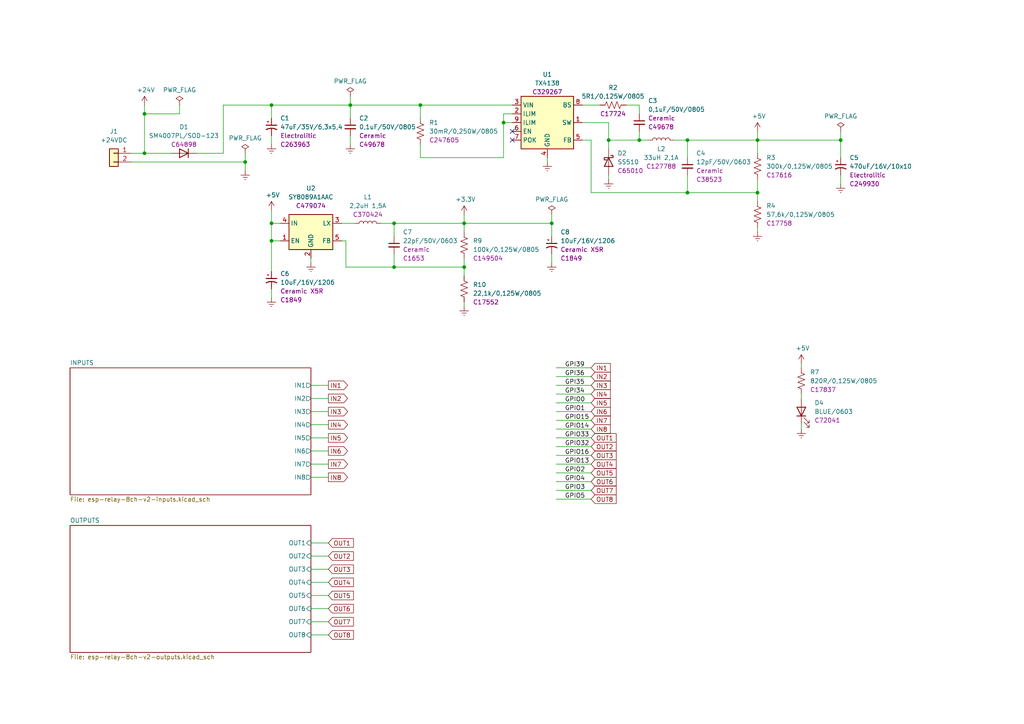
<source format=kicad_sch>
(kicad_sch (version 20230121) (generator eeschema)
  (paper "A4")
  (title_block (title "ESP 8x 24VDC Input 8x Relay Output Module") (date "2023-09-21") (rev "V2"))
  (lib_symbols
    (symbol "Connector_Generic:Conn_01x02" (pin_names (offset 1.016) hide)
      (property "Reference" "J" (at 0 2.54 0))
      (property "Value" "Conn_01x02" (at 0 -5.08 0))
      (symbol "Conn_01x02_1_1"
        (rectangle (start -1.27 -2.413) (end 0 -2.667) (stroke (width 0.1524)))
        (rectangle (start -1.27 0.127) (end 0 -0.127) (stroke (width 0.1524)))
        (rectangle (start -1.27 1.27) (end 1.27 -3.81) (stroke (width 0.254)) (fill (type background)))
        (pin passive line (at -5.08 0 0) (length 3.81) (name "Pin_1") (number "1"))
        (pin passive line (at -5.08 -2.54 0) (length 3.81) (name "Pin_2") (number "2"))
      )
    )
    (symbol "Device:C_Polarized_Small_US" (pin_numbers hide) (pin_names (offset 0.254) hide)
      (property "Reference" "C" (at 0.254 1.778 0))
      (property "Value" "C_Polarized_Small_US" (at 0.254 -2.032 0))
      (symbol "C_Polarized_Small_US_0_1"
        (polyline (pts (xy -1.524 0.508) (xy 1.524 0.508)) (stroke (width 0.3048)))
        (polyline (pts (xy -1.27 1.524) (xy -0.762 1.524)))
        (polyline (pts (xy -1.016 1.27) (xy -1.016 1.778)))
        (arc (start 1.524 -0.762) (mid 0 -0.3734) (end -1.524 -0.762) (stroke (width 0.3048)))
      )
      (symbol "C_Polarized_Small_US_1_1"
        (pin passive line (at 0 2.54 270) (length 2.032) (name "~") (number "1"))
        (pin passive line (at 0 -2.54 90) (length 2.032) (name "~") (number "2"))
      )
    )
    (symbol "Device:C_Small" (pin_numbers hide) (pin_names (offset 0.254) hide)
      (property "Reference" "C" (at 0.254 1.778 0))
      (property "Value" "C_Small" (at 0.254 -2.032 0))
      (symbol "C_Small_0_1"
        (polyline (pts (xy -1.524 -0.508) (xy 1.524 -0.508)) (stroke (width 0.3302)))
        (polyline (pts (xy -1.524 0.508) (xy 1.524 0.508)) (stroke (width 0.3048)))
      )
      (symbol "C_Small_1_1"
        (pin passive line (at 0 2.54 270) (length 2.032) (name "~") (number "1"))
        (pin passive line (at 0 -2.54 90) (length 2.032) (name "~") (number "2"))
      )
    )
    (symbol "Device:D" (pin_numbers hide) (pin_names (offset 1.016) hide)
      (property "Reference" "D" (at 0 2.54 0))
      (property "Value" "D" (at 0 -2.54 0))
      (symbol "D_0_1"
        (polyline (pts (xy -1.27 1.27) (xy -1.27 -1.27)) (stroke (width 0.254)))
        (polyline (pts (xy 1.27 0) (xy -1.27 0)))
        (polyline (pts (xy 1.27 1.27) (xy 1.27 -1.27) (xy -1.27 0) (xy 1.27 1.27)) (stroke (width 0.254)))
      )
      (symbol "D_1_1"
        (pin passive line (at -3.81 0 0) (length 2.54) (name "K") (number "1"))
        (pin passive line (at 3.81 0 180) (length 2.54) (name "A") (number "2"))
      )
    )
    (symbol "Device:D_Schottky" (pin_numbers hide) (pin_names (offset 1.016) hide)
      (property "Reference" "D" (at 0 2.54 0))
      (property "Value" "D_Schottky" (at 0 -2.54 0))
      (symbol "D_Schottky_0_1"
        (polyline (pts (xy 1.27 0) (xy -1.27 0)))
        (polyline (pts (xy 1.27 1.27) (xy 1.27 -1.27) (xy -1.27 0) (xy 1.27 1.27)) (stroke (width 0.254)))
        (polyline (pts (xy -1.905 0.635) (xy -1.905 1.27) (xy -1.27 1.27) (xy -1.27 -1.27) (xy -0.635 -1.27) (xy -0.635 -0.635)) (stroke (width 0.254)))
      )
      (symbol "D_Schottky_1_1"
        (pin passive line (at -3.81 0 0) (length 2.54) (name "K") (number "1"))
        (pin passive line (at 3.81 0 180) (length 2.54) (name "A") (number "2"))
      )
    )
    (symbol "Device:L" (pin_numbers hide) (pin_names (offset 1.016) hide)
      (property "Reference" "L" (at -1.27 0 90))
      (property "Value" "L" (at 1.905 0 90))
      (symbol "L_0_1"
        (arc (start 0 -2.54) (mid 0.6323 -1.905) (end 0 -1.27))
        (arc (start 0 -1.27) (mid 0.6323 -0.635) (end 0 0))
        (arc (start 0 0) (mid 0.6323 0.635) (end 0 1.27))
        (arc (start 0 1.27) (mid 0.6323 1.905) (end 0 2.54))
      )
      (symbol "L_1_1"
        (pin passive line (at 0 3.81 270) (length 1.27) (name "1") (number "1"))
        (pin passive line (at 0 -3.81 90) (length 1.27) (name "2") (number "2"))
      )
    )
    (symbol "Device:LED" (pin_numbers hide) (pin_names (offset 1.016) hide)
      (property "Reference" "D" (at 0 2.54 0))
      (property "Value" "LED" (at 0 -2.54 0))
      (symbol "LED_0_1"
        (polyline (pts (xy -1.27 -1.27) (xy -1.27 1.27)) (stroke (width 0.254)))
        (polyline (pts (xy -1.27 0) (xy 1.27 0)))
        (polyline (pts (xy 1.27 -1.27) (xy 1.27 1.27) (xy -1.27 0) (xy 1.27 -1.27)) (stroke (width 0.254)))
        (polyline (pts (xy -3.048 -0.762) (xy -4.572 -2.286) (xy -3.81 -2.286) (xy -4.572 -2.286) (xy -4.572 -1.524)))
        (polyline (pts (xy -1.778 -0.762) (xy -3.302 -2.286) (xy -2.54 -2.286) (xy -3.302 -2.286) (xy -3.302 -1.524)))
      )
      (symbol "LED_1_1"
        (pin passive line (at -3.81 0 0) (length 2.54) (name "K") (number "1"))
        (pin passive line (at 3.81 0 180) (length 2.54) (name "A") (number "2"))
      )
    )
    (symbol "Device:R_US" (pin_numbers hide) (pin_names (offset 0))
      (property "Reference" "R" (at 2.54 0 90))
      (property "Value" "R_US" (at -2.54 0 90))
      (symbol "R_US_0_1"
        (polyline (pts (xy 0 -2.286) (xy 0 -2.54)))
        (polyline (pts (xy 0 2.286) (xy 0 2.54)))
        (polyline (pts (xy 0 -0.762) (xy 1.016 -1.143) (xy 0 -1.524) (xy -1.016 -1.905) (xy 0 -2.286)))
        (polyline (pts (xy 0 0.762) (xy 1.016 0.381) (xy 0 0) (xy -1.016 -0.381) (xy 0 -0.762)))
        (polyline (pts (xy 0 2.286) (xy 1.016 1.905) (xy 0 1.524) (xy -1.016 1.143) (xy 0 0.762)))
      )
      (symbol "R_US_1_1"
        (pin passive line (at 0 3.81 270) (length 1.27) (name "~") (number "1"))
        (pin passive line (at 0 -3.81 90) (length 1.27) (name "~") (number "2"))
      )
    )
    (symbol "Tales:+3.3V" (power) (pin_names (offset 0))
      (property "Value" "+3.3V" (at 0 3.556 0))
      (symbol "+3.3V_0_1"
        (polyline (pts (xy -0.762 1.27) (xy 0 2.54)))
        (polyline (pts (xy 0 0) (xy 0 2.54)))
        (polyline (pts (xy 0 2.54) (xy 0.762 1.27)))
      )
      (symbol "+3.3V_1_1"
        (pin power_in line (at 0 0 90) (length 0) hide (name "+3.3V") (number "1"))
      )
    )
    (symbol "Tales:SY8089AAAC"
      (property "Reference" "U" (at 0 10.16 0))
      (property "Value" "SY8089AAAC" (at 0 7.62 0))
      (symbol "SY8089AAAC_0_1"
        (rectangle (start -6.35 5.08) (end 6.35 -5.08) (stroke (width 0.254)) (fill (type background)))
      )
      (symbol "SY8089AAAC_1_1"
        (pin input line (at -8.89 -2.54 0) (length 2.54) (name "EN") (number "1"))
        (pin power_in line (at 0 -7.62 90) (length 2.54) (name "GND") (number "2"))
        (pin power_out line (at 8.89 2.54 180) (length 2.54) (name "LX") (number "3"))
        (pin power_in line (at -8.89 2.54 0) (length 2.54) (name "IN") (number "4"))
        (pin input line (at 8.89 -2.54 180) (length 2.54) (name "FB") (number "5"))
      )
    )
    (symbol "Tales:TX4138"
      (property "Reference" "U" (at 0 12.7 0))
      (property "Value" "TX4138" (at 0 10.16 0))
      (symbol "TX4138_0_1"
        (rectangle (start -7.62 7.62) (end 7.62 -7.62) (stroke (width 0.254)) (fill (type background)))
      )
      (symbol "TX4138_1_1"
        (pin power_out line (at 10.16 0 180) (length 2.54) (name "SW") (number "1"))
        (pin input line (at -10.16 2.54 0) (length 2.54) (name "ILIM") (number "2"))
        (pin power_in line (at -10.16 5.08 0) (length 2.54) (name "VIN") (number "3"))
        (pin power_in line (at 0 -10.16 90) (length 2.54) (name "GND") (number "4"))
        (pin input line (at 10.16 -5.08 180) (length 2.54) (name "FB") (number "5"))
        (pin input line (at -10.16 -2.54 0) (length 2.54) (name "EN") (number "6"))
        (pin output line (at -10.16 -5.08 0) (length 2.54) (name "POK") (number "7"))
        (pin output line (at 10.16 5.08 180) (length 2.54) (name "BS") (number "8"))
        (pin input line (at -10.16 0 0) (length 2.54) (name "ILIM") (number "9"))
      )
    )
    (symbol "power:+24V" (power) (pin_names (offset 0))
      (property "Value" "+24V" (at 0 3.556 0))
      (symbol "+24V_0_1"
        (polyline (pts (xy -0.762 1.27) (xy 0 2.54)))
        (polyline (pts (xy 0 0) (xy 0 2.54)))
        (polyline (pts (xy 0 2.54) (xy 0.762 1.27)))
      )
      (symbol "+24V_1_1"
        (pin power_in line (at 0 0 90) (length 0) hide (name "+24V") (number "1"))
      )
    )
    (symbol "power:+5V" (power) (pin_names (offset 0))
      (property "Value" "+5V" (at 0 3.556 0))
      (symbol "+5V_0_1"
        (polyline (pts (xy -0.762 1.27) (xy 0 2.54)))
        (polyline (pts (xy 0 0) (xy 0 2.54)))
        (polyline (pts (xy 0 2.54) (xy 0.762 1.27)))
      )
      (symbol "+5V_1_1"
        (pin power_in line (at 0 0 90) (length 0) hide (name "+5V") (number "1"))
      )
    )
    (symbol "power:GNDREF" (power) (pin_names (offset 0))
      (property "Value" "GNDREF" (at 0 -3.81 0))
      (symbol "GNDREF_0_1"
        (polyline (pts (xy -0.635 -1.905) (xy 0.635 -1.905)))
        (polyline (pts (xy -0.127 -2.54) (xy 0.127 -2.54)))
        (polyline (pts (xy 0 -1.27) (xy 0 0)))
        (polyline (pts (xy 1.27 -1.27) (xy -1.27 -1.27)))
      )
      (symbol "GNDREF_1_1"
        (pin power_in line (at 0 0 270) (length 0) hide (name "GNDREF") (number "1"))
      )
    )
    (symbol "power:PWR_FLAG" (power) (pin_numbers hide) (pin_names (offset 0) hide)
      (property "Value" "PWR_FLAG" (at 0 3.81 0))
      (symbol "PWR_FLAG_0_0"
        (pin power_out line (at 0 0 90) (length 0) (name "pwr") (number "1"))
      )
      (symbol "PWR_FLAG_0_1"
        (polyline (pts (xy 0 0) (xy 0 1.27) (xy -1.016 1.905) (xy 0 2.54) (xy 1.016 1.905) (xy 0 1.27)))
      )
    )
  )
  (junction (at 78.74 69.85))
  (junction (at 185.42 40.64))
  (junction (at 71.12 46.99))
  (junction (at 176.53 40.64))
  (junction (at 160.02 64.77))
  (junction (at 114.3 77.47))
  (junction (at 199.39 55.88))
  (junction (at 78.74 64.77))
  (junction (at 199.39 40.64))
  (junction (at 41.91 44.45))
  (junction (at 134.62 77.47))
  (junction (at 219.71 55.88))
  (junction (at 114.3 64.77))
  (junction (at 219.71 40.64))
  (junction (at 78.74 30.48))
  (junction (at 41.91 33.02))
  (junction (at 101.6 30.48))
  (junction (at 134.62 64.77))
  (junction (at 243.84 40.64))
  (junction (at 146.05 35.56))
  (junction (at 121.92 30.48))
  (no_connect (at 148.59 38.1))
  (no_connect (at 148.59 40.64))
  (wire (pts (xy 134.62 74.93) (xy 134.62 77.47)))
  (wire (pts (xy 78.74 30.48) (xy 101.6 30.48)))
  (wire (pts (xy 161.29 144.78) (xy 171.45 144.78)))
  (wire (pts (xy 168.91 35.56) (xy 176.53 35.56)))
  (wire (pts (xy 171.45 132.08) (xy 161.29 132.08)))
  (wire (pts (xy 114.3 77.47) (xy 134.62 77.47)))
  (wire (pts (xy 199.39 55.88) (xy 219.71 55.88)))
  (wire (pts (xy 232.41 123.19) (xy 232.41 124.46)))
  (wire (pts (xy 90.17 111.76) (xy 95.25 111.76)))
  (wire (pts (xy 171.45 114.3) (xy 161.29 114.3)))
  (wire (pts (xy 168.91 30.48) (xy 173.99 30.48)))
  (wire (pts (xy 195.58 40.64) (xy 199.39 40.64)))
  (wire (pts (xy 90.17 180.34) (xy 95.25 180.34)))
  (wire (pts (xy 90.17 74.93) (xy 90.17 76.2)))
  (wire (pts (xy 134.62 62.23) (xy 134.62 64.77)))
  (wire (pts (xy 114.3 73.66) (xy 114.3 77.47)))
  (wire (pts (xy 243.84 38.1) (xy 243.84 40.64)))
  (wire (pts (xy 90.17 115.57) (xy 95.25 115.57)))
  (wire (pts (xy 90.17 130.81) (xy 95.25 130.81)))
  (wire (pts (xy 171.45 40.64) (xy 171.45 55.88)))
  (wire (pts (xy 232.41 115.57) (xy 232.41 114.3)))
  (wire (pts (xy 161.29 116.84) (xy 171.45 116.84)))
  (wire (pts (xy 101.6 30.48) (xy 101.6 34.29)))
  (wire (pts (xy 134.62 64.77) (xy 134.62 67.31)))
  (wire (pts (xy 185.42 40.64) (xy 185.42 38.1)))
  (wire (pts (xy 101.6 27.94) (xy 101.6 30.48)))
  (wire (pts (xy 90.17 172.72) (xy 95.25 172.72)))
  (wire (pts (xy 160.02 73.66) (xy 160.02 76.2)))
  (wire (pts (xy 114.3 64.77) (xy 134.62 64.77)))
  (wire (pts (xy 121.92 45.72) (xy 146.05 45.72)))
  (wire (pts (xy 64.77 44.45) (xy 64.77 30.48)))
  (wire (pts (xy 78.74 83.82) (xy 78.74 86.36)))
  (wire (pts (xy 171.45 142.24) (xy 161.29 142.24)))
  (wire (pts (xy 219.71 40.64) (xy 219.71 44.45)))
  (wire (pts (xy 146.05 45.72) (xy 146.05 35.56)))
  (wire (pts (xy 38.1 44.45) (xy 41.91 44.45)))
  (wire (pts (xy 90.17 119.38) (xy 95.25 119.38)))
  (wire (pts (xy 71.12 44.45) (xy 71.12 46.99)))
  (wire (pts (xy 90.17 165.1) (xy 95.25 165.1)))
  (wire (pts (xy 52.07 33.02) (xy 41.91 33.02)))
  (wire (pts (xy 90.17 134.62) (xy 95.25 134.62)))
  (wire (pts (xy 99.06 69.85) (xy 100.33 69.85)))
  (wire (pts (xy 57.15 44.45) (xy 64.77 44.45)))
  (wire (pts (xy 232.41 105.41) (xy 232.41 106.68)))
  (wire (pts (xy 78.74 60.96) (xy 78.74 64.77)))
  (wire (pts (xy 161.29 137.16) (xy 171.45 137.16)))
  (wire (pts (xy 90.17 161.29) (xy 95.25 161.29)))
  (wire (pts (xy 176.53 50.8) (xy 176.53 52.07)))
  (wire (pts (xy 171.45 111.76) (xy 161.29 111.76)))
  (wire (pts (xy 160.02 62.23) (xy 160.02 64.77)))
  (wire (pts (xy 78.74 69.85) (xy 81.28 69.85)))
  (wire (pts (xy 171.45 129.54) (xy 161.29 129.54)))
  (wire (pts (xy 101.6 39.37) (xy 101.6 41.91)))
  (wire (pts (xy 185.42 30.48) (xy 185.42 33.02)))
  (wire (pts (xy 99.06 64.77) (xy 102.87 64.77)))
  (wire (pts (xy 176.53 40.64) (xy 185.42 40.64)))
  (wire (pts (xy 199.39 40.64) (xy 199.39 45.72)))
  (wire (pts (xy 90.17 176.53) (xy 95.25 176.53)))
  (wire (pts (xy 181.61 30.48) (xy 185.42 30.48)))
  (wire (pts (xy 161.29 139.7) (xy 171.45 139.7)))
  (wire (pts (xy 100.33 77.47) (xy 114.3 77.47)))
  (wire (pts (xy 90.17 123.19) (xy 95.25 123.19)))
  (wire (pts (xy 171.45 124.46) (xy 161.29 124.46)))
  (wire (pts (xy 90.17 127) (xy 95.25 127)))
  (wire (pts (xy 199.39 55.88) (xy 199.39 50.8)))
  (wire (pts (xy 160.02 68.58) (xy 160.02 64.77)))
  (wire (pts (xy 176.53 40.64) (xy 176.53 43.18)))
  (wire (pts (xy 114.3 64.77) (xy 114.3 68.58)))
  (wire (pts (xy 90.17 168.91) (xy 95.25 168.91)))
  (wire (pts (xy 38.1 46.99) (xy 71.12 46.99)))
  (wire (pts (xy 78.74 64.77) (xy 81.28 64.77)))
  (wire (pts (xy 171.45 109.22) (xy 161.29 109.22)))
  (wire (pts (xy 90.17 184.15) (xy 95.25 184.15)))
  (wire (pts (xy 219.71 66.04) (xy 219.71 67.31)))
  (wire (pts (xy 64.77 30.48) (xy 78.74 30.48)))
  (wire (pts (xy 110.49 64.77) (xy 114.3 64.77)))
  (wire (pts (xy 121.92 41.91) (xy 121.92 45.72)))
  (wire (pts (xy 171.45 55.88) (xy 199.39 55.88)))
  (wire (pts (xy 121.92 30.48) (xy 121.92 34.29)))
  (wire (pts (xy 90.17 138.43) (xy 95.25 138.43)))
  (wire (pts (xy 219.71 55.88) (xy 219.71 58.42)))
  (wire (pts (xy 101.6 30.48) (xy 121.92 30.48)))
  (wire (pts (xy 146.05 35.56) (xy 146.05 33.02)))
  (wire (pts (xy 41.91 30.48) (xy 41.91 33.02)))
  (wire (pts (xy 78.74 64.77) (xy 78.74 69.85)))
  (wire (pts (xy 176.53 35.56) (xy 176.53 40.64)))
  (wire (pts (xy 134.62 77.47) (xy 134.62 80.01)))
  (wire (pts (xy 78.74 69.85) (xy 78.74 78.74)))
  (wire (pts (xy 185.42 40.64) (xy 187.96 40.64)))
  (wire (pts (xy 243.84 50.8) (xy 243.84 53.34)))
  (wire (pts (xy 146.05 33.02) (xy 148.59 33.02)))
  (wire (pts (xy 90.17 157.48) (xy 95.25 157.48)))
  (wire (pts (xy 78.74 39.37) (xy 78.74 41.91)))
  (wire (pts (xy 121.92 30.48) (xy 148.59 30.48)))
  (wire (pts (xy 52.07 30.48) (xy 52.07 33.02)))
  (wire (pts (xy 171.45 127) (xy 161.29 127)))
  (wire (pts (xy 41.91 33.02) (xy 41.91 44.45)))
  (wire (pts (xy 41.91 44.45) (xy 49.53 44.45)))
  (wire (pts (xy 243.84 45.72) (xy 243.84 40.64)))
  (wire (pts (xy 100.33 69.85) (xy 100.33 77.47)))
  (wire (pts (xy 161.29 106.68) (xy 171.45 106.68)))
  (wire (pts (xy 158.75 45.72) (xy 158.75 46.99)))
  (wire (pts (xy 161.29 119.38) (xy 171.45 119.38)))
  (wire (pts (xy 78.74 30.48) (xy 78.74 34.29)))
  (wire (pts (xy 171.45 134.62) (xy 161.29 134.62)))
  (wire (pts (xy 243.84 40.64) (xy 219.71 40.64)))
  (wire (pts (xy 219.71 40.64) (xy 199.39 40.64)))
  (wire (pts (xy 146.05 35.56) (xy 148.59 35.56)))
  (wire (pts (xy 71.12 46.99) (xy 71.12 49.53)))
  (wire (pts (xy 168.91 40.64) (xy 171.45 40.64)))
  (wire (pts (xy 134.62 87.63) (xy 134.62 88.9)))
  (wire (pts (xy 219.71 52.07) (xy 219.71 55.88)))
  (wire (pts (xy 219.71 38.1) (xy 219.71 40.64)))
  (wire (pts (xy 171.45 121.92) (xy 161.29 121.92)))
  (wire (pts (xy 160.02 64.77) (xy 134.62 64.77)))
  (label "GPIO16" (at 163.83 132.08 0))
  (label "GPI35" (at 163.83 111.76 0))
  (label "GPIO13" (at 163.83 134.62 0))
  (label "GPIO3" (at 163.83 142.24 0))
  (label "GPIO4" (at 163.83 139.7 0))
  (label "GPIO1" (at 163.83 119.38 0))
  (label "GPI36" (at 163.83 109.22 0))
  (label "GPIO2" (at 163.83 137.16 0))
  (label "GPIO14" (at 163.83 124.46 0))
  (label "GPIO5" (at 163.83 144.78 0))
  (label "GPIO33" (at 163.83 127 0))
  (label "GPIO32" (at 163.83 129.54 0))
  (label "GPI39" (at 163.83 106.68 0))
  (label "GPI34" (at 163.83 114.3 0))
  (label "GPIO15" (at 163.83 121.92 0))
  (label "GPIO0" (at 163.83 116.84 0))
  (global_label "OUT2" (shape input) (at 171.45 129.54 0) (property "Intersheetrefs" "${INTERSHEET_REFS}" (effects hide)))
  (global_label "IN8" (shape input) (at 171.45 124.46 0) (property "Intersheetrefs" "${INTERSHEET_REFS}" (effects hide)))
  (global_label "OUT6" (shape input) (at 95.25 176.53 0) (property "Intersheetrefs" "${INTERSHEET_REFS}" (effects hide)))
  (global_label "OUT3" (shape input) (at 171.45 132.08 0) (property "Intersheetrefs" "${INTERSHEET_REFS}" (effects hide)))
  (global_label "OUT5" (shape input) (at 95.25 172.72 0) (property "Intersheetrefs" "${INTERSHEET_REFS}" (effects hide)))
  (global_label "OUT8" (shape input) (at 171.45 144.78 0) (property "Intersheetrefs" "${INTERSHEET_REFS}" (effects hide)))
  (global_label "OUT8" (shape input) (at 95.25 184.15 0) (property "Intersheetrefs" "${INTERSHEET_REFS}" (effects hide)))
  (global_label "OUT2" (shape input) (at 95.25 161.29 0) (property "Intersheetrefs" "${INTERSHEET_REFS}" (effects hide)))
  (global_label "OUT3" (shape input) (at 95.25 165.1 0) (property "Intersheetrefs" "${INTERSHEET_REFS}" (effects hide)))
  (global_label "OUT4" (shape input) (at 171.45 134.62 0) (property "Intersheetrefs" "${INTERSHEET_REFS}" (effects hide)))
  (global_label "IN1" (shape input) (at 171.45 106.68 0) (property "Intersheetrefs" "${INTERSHEET_REFS}" (effects hide)))
  (global_label "OUT7" (shape input) (at 171.45 142.24 0) (property "Intersheetrefs" "${INTERSHEET_REFS}" (effects hide)))
  (global_label "IN3" (shape input) (at 171.45 111.76 0) (property "Intersheetrefs" "${INTERSHEET_REFS}" (effects hide)))
  (global_label "OUT5" (shape input) (at 171.45 137.16 0) (property "Intersheetrefs" "${INTERSHEET_REFS}" (effects hide)))
  (global_label "IN4" (shape output) (at 95.25 123.19 0) (property "Intersheetrefs" "${INTERSHEET_REFS}" (effects hide)))
  (global_label "IN6" (shape input) (at 171.45 119.38 0) (property "Intersheetrefs" "${INTERSHEET_REFS}" (effects hide)))
  (global_label "IN1" (shape output) (at 95.25 111.76 0) (property "Intersheetrefs" "${INTERSHEET_REFS}" (effects hide)))
  (global_label "IN5" (shape input) (at 171.45 116.84 0) (property "Intersheetrefs" "${INTERSHEET_REFS}" (effects hide)))
  (global_label "IN3" (shape output) (at 95.25 119.38 0) (property "Intersheetrefs" "${INTERSHEET_REFS}" (effects hide)))
  (global_label "IN2" (shape input) (at 171.45 109.22 0) (property "Intersheetrefs" "${INTERSHEET_REFS}" (effects hide)))
  (global_label "IN8" (shape output) (at 95.25 138.43 0) (property "Intersheetrefs" "${INTERSHEET_REFS}" (effects hide)))
  (global_label "IN6" (shape output) (at 95.25 130.81 0) (property "Intersheetrefs" "${INTERSHEET_REFS}" (effects hide)))
  (global_label "IN5" (shape output) (at 95.25 127 0) (property "Intersheetrefs" "${INTERSHEET_REFS}" (effects hide)))
  (global_label "OUT7" (shape input) (at 95.25 180.34 0) (property "Intersheetrefs" "${INTERSHEET_REFS}" (effects hide)))
  (global_label "OUT1" (shape input) (at 171.45 127 0) (property "Intersheetrefs" "${INTERSHEET_REFS}" (effects hide)))
  (global_label "IN7" (shape input) (at 171.45 121.92 0) (property "Intersheetrefs" "${INTERSHEET_REFS}" (effects hide)))
  (global_label "OUT1" (shape input) (at 95.25 157.48 0) (property "Intersheetrefs" "${INTERSHEET_REFS}" (effects hide)))
  (global_label "OUT4" (shape input) (at 95.25 168.91 0) (property "Intersheetrefs" "${INTERSHEET_REFS}" (effects hide)))
  (global_label "IN2" (shape output) (at 95.25 115.57 0) (property "Intersheetrefs" "${INTERSHEET_REFS}" (effects hide)))
  (global_label "OUT6" (shape input) (at 171.45 139.7 0) (property "Intersheetrefs" "${INTERSHEET_REFS}" (effects hide)))
  (global_label "IN4" (shape input) (at 171.45 114.3 0) (property "Intersheetrefs" "${INTERSHEET_REFS}" (effects hide)))
  (global_label "IN7" (shape output) (at 95.25 134.62 0) (property "Intersheetrefs" "${INTERSHEET_REFS}" (effects hide)))
  (symbol (lib_id "Device:D") (at 53.34 44.45 180) (unit 1)
    (property "Reference" "D1" (at 53.34 36.83 0))
    (property "Value" "SM4007PL/SOD-123" (at 53.34 39.37 0))
    (property "Footprint" "Tales:D_SOD-123" (effects hide))
    (property "Case" "SOD-123FL" (effects hide))
    (property "Mfr" "MDD" (effects hide))
    (property "Mfr PN" "SM4007PL" (effects hide))
    (property "Vendor" "JLCPCB" (effects hide))
    (property "Vendor PN" "C64898" (effects hide))
    (property "LCSC Part #" "C64898" (at 53.34 41.91 0))
    (property "JLCPCB BOM" "1" (effects hide))
  )
  (symbol (lib_id "power:+5V") (at 232.41 105.41 0) (unit 1)
    (property "Reference" "#PWR065" (effects hide))
    (property "Value" "+5V" (at 232.791 101.0158 0))
  )
  (symbol (lib_id "power:GNDREF") (at 232.41 124.46 0) (unit 1)
    (property "Reference" "#PWR066" (effects hide))
    (property "Value" "GNDREF" (effects hide))
  )
  (symbol (lib_id "power:PWR_FLAG") (at 101.6 27.94 0) (unit 1)
    (property "Reference" "#FLG03" (effects hide))
    (property "Value" "PWR_FLAG" (at 101.6 23.5458 0))
  )
  (symbol (lib_id "power:PWR_FLAG") (at 71.12 44.45 0) (unit 1)
    (property "Reference" "#FLG02" (effects hide))
    (property "Value" "PWR_FLAG" (at 71.12 40.0558 0))
  )
  (symbol (lib_id "power:PWR_FLAG") (at 52.07 30.48 0) (unit 1)
    (property "Reference" "#FLG01" (effects hide))
    (property "Value" "PWR_FLAG" (at 52.07 26.0858 0))
  )
  (symbol (lib_id "power:GNDREF") (at 158.75 46.99 0) (unit 1)
    (property "Reference" "#PWR030" (effects hide))
    (property "Value" "GNDREF" (effects hide))
  )
  (symbol (lib_id "power:+5V") (at 219.71 38.1 0) (unit 1)
    (property "Reference" "#PWR037" (effects hide))
    (property "Value" "+5V" (at 220.091 33.7058 0))
  )
  (symbol (lib_id "power:GNDREF") (at 71.12 49.53 0) (unit 1)
    (property "Reference" "#PWR02" (effects hide))
    (property "Value" "GNDREF" (effects hide))
  )
  (symbol (lib_id "power:+24V") (at 41.91 30.48 0) (unit 1)
    (property "Reference" "#PWR01" (effects hide))
    (property "Value" "+24V" (at 42.291 26.0858 0))
  )
  (symbol (lib_id "Device:R_US") (at 232.41 110.49 0) (unit 1)
    (property "Reference" "R7" (at 234.95 107.95 0) (effects (justify left)))
    (property "Value" "820R/0,125W/0805" (at 234.95 110.49 0) (effects (justify left)))
    (property "Footprint" "Tales:R_0805_2012Metric" (effects hide))
    (property "Case" "0805/2012" (effects hide))
    (property "Mfr" "Uniroyal" (effects hide))
    (property "Mfr PN" "0805W8F8200T5E" (effects hide))
    (property "Vendor" "JLCPCB" (effects hide))
    (property "Vendor PN" "C17837" (effects hide))
    (property "LCSC Part #" "C17837" (at 234.95 113.03 0) (effects (justify left)))
    (property "JLCPCB BOM" "1" (effects hide))
  )
  (symbol (lib_id "Device:C_Polarized_Small_US") (at 78.74 36.83 0) (unit 1)
    (property "Reference" "C1" (at 81.28 34.29 0) (effects (justify left)))
    (property "Value" "47uF/35V/6,3x5,4" (at 81.28 36.83 0) (effects (justify left)))
    (property "Footprint" "Tales:CP_Elec_6.3x5.4" (effects hide))
    (property "Technology" "Electrolitic" (at 81.28 39.37 0) (effects (justify left)))
    (property "Case" "6,3x5,4" (effects hide))
    (property "Mfr" "Semtech" (effects hide))
    (property "Mfr PN" "CK1V470MCRE54" (effects hide))
    (property "Vendor" "JLCPCB" (effects hide))
    (property "Vendor PN" "C263963" (effects hide))
    (property "JLCPCB BOM" "1" (effects hide))
    (property "LCSC Part #" "C263963" (at 81.28 41.91 0) (effects (justify left)))
  )
  (symbol (lib_id "power:PWR_FLAG") (at 160.02 62.23 0) (unit 1)
    (property "Reference" "#FLG04" (effects hide))
    (property "Value" "PWR_FLAG" (at 160.02 57.8358 0))
  )
  (symbol (lib_id "Device:L") (at 191.77 40.64 90) (unit 1)
    (property "Reference" "L2" (at 191.77 43.18 90))
    (property "Value" "33uH 2,1A" (at 191.77 45.72 90))
    (property "Footprint" "Tales:L_12x12mm_H6mm" (effects hide))
    (property "Case" "12x12" (effects hide))
    (property "JLCPCB BOM" "1" (effects hide))
    (property "LCSC Part #" "C127788" (at 191.77 48.26 90))
    (property "Mfr" "Sunlord" (effects hide))
    (property "Mfr PN" "SWRH1205B-330MT" (effects hide))
    (property "Vendor" "JLCPCB" (effects hide))
    (property "Vendor PN" "C127788" (effects hide))
  )
  (symbol (lib_id "Tales:TX4138") (at 158.75 35.56 0) (unit 1)
    (property "Reference" "U1" (at 158.75 21.59 0))
    (property "Value" "TX4138" (at 158.75 24.13 0))
    (property "Footprint" "Tales:SOIC-8-1EP_3.9x4.9mm_P1.27mm_EP2.29x3mm_ThermalVias" (effects hide))
    (property "Case" "SOIC-8" (effects hide))
    (property "JLCPCB BOM" "1" (effects hide))
    (property "LCSC Part #" "C329267" (at 158.75 26.67 0))
    (property "Mfr" "XDS" (effects hide))
    (property "Mfr PN" "TX4138" (effects hide))
    (property "Vendor" "JLCPCB" (effects hide))
    (property "Vendor PN" "C329267" (effects hide))
  )
  (symbol (lib_id "Device:C_Small") (at 114.3 71.12 0) (unit 1)
    (property "Reference" "C7" (at 116.84 67.31 0) (effects (justify left)))
    (property "Value" "22pF/50V/0603" (at 116.84 69.85 0) (effects (justify left)))
    (property "Footprint" "Tales:C_0603_1608Metric" (effects hide))
    (property "Case" "0603/1608" (effects hide))
    (property "JLCPCB BOM" "1" (effects hide))
    (property "LCSC Part #" "C1653" (at 116.84 74.93 0) (effects (justify left)))
    (property "Mfr" "Samsung" (effects hide))
    (property "Mfr PN" "CL10C220JB8NNNC" (effects hide))
    (property "Technology" "Ceramic" (at 116.84 72.39 0) (effects (justify left)))
    (property "Vendor" "JLCPCB" (effects hide))
    (property "Vendor PN" "C1653" (effects hide))
  )
  (symbol (lib_id "Device:L") (at 106.68 64.77 90) (unit 1)
    (property "Reference" "L1" (at 106.68 57.15 90))
    (property "Value" "2,2uH 1,5A" (at 106.68 59.69 90))
    (property "Footprint" "Tales:L_3x3_H1.5" (effects hide))
    (property "Case" "12x12" (effects hide))
    (property "JLCPCB BOM" "1" (effects hide))
    (property "LCSC Part #" "C370424" (at 106.68 62.23 90))
    (property "Mfr" "Sunlord" (effects hide))
    (property "Mfr PN" "SPH3015H2R2MT" (effects hide))
    (property "Vendor" "JLCPCB" (effects hide))
    (property "Vendor PN" "C370424" (effects hide))
  )
  (symbol (lib_id "power:GNDREF") (at 219.71 67.31 0) (unit 1)
    (property "Reference" "#PWR038" (effects hide))
    (property "Value" "GNDREF" (effects hide))
  )
  (symbol (lib_id "Device:C_Polarized_Small_US") (at 243.84 48.26 0) (unit 1)
    (property "Reference" "C5" (at 246.38 45.72 0) (effects (justify left)))
    (property "Value" "470uF/16V/10x10" (at 246.38 48.26 0) (effects (justify left)))
    (property "Footprint" "Tales:CP_Elec_10x10" (effects hide))
    (property "Mfr" "Lelon" (effects hide))
    (property "Mfr PN" "VZH471M1CTR-1010" (effects hide))
    (property "JLCPCB BOM" "1" (effects hide))
    (property "LCSC Part #" "C249930" (at 246.38 53.34 0) (effects (justify left)))
    (property "Technology" "Electrolitic" (at 246.38 50.8 0) (effects (justify left)))
    (property "Vendor" "JLCPCB" (effects hide))
    (property "Vendor PN" "C249930" (effects hide))
    (property "Case" "10x10" (effects hide))
  )
  (symbol (lib_id "Device:C_Small") (at 185.42 35.56 0) (unit 1)
    (property "Reference" "C3" (at 187.96 29.21 0) (effects (justify left)))
    (property "Value" "0,1uF/50V/0805" (at 187.96 31.75 0) (effects (justify left)))
    (property "Footprint" "Tales:C_0805_2012Metric" (effects hide))
    (property "Technology" "Ceramic" (at 187.96 34.29 0) (effects (justify left)))
    (property "Case" "0805/2012" (effects hide))
    (property "Mfr" "Yageo" (effects hide))
    (property "Mfr PN" "CC0805KRX7R9BB104" (effects hide))
    (property "Vendor" "JLCPCB" (effects hide))
    (property "Vendor PN" "C49678" (effects hide))
    (property "LCSC Part #" "C49678" (at 187.96 36.83 0) (effects (justify left)))
    (property "JLCPCB BOM" "1" (effects hide))
  )
  (symbol (lib_id "Tales:+3.3V") (at 134.62 62.23 0) (unit 1)
    (property "Reference" "#PWR017" (effects hide))
    (property "Value" "+3.3V" (at 135.001 57.8358 0))
  )
  (symbol (lib_id "power:GNDREF") (at 243.84 53.34 0) (unit 1)
    (property "Reference" "#PWR039" (effects hide))
    (property "Value" "GNDREF" (effects hide))
  )
  (symbol (lib_id "Device:LED") (at 232.41 119.38 90) (unit 1)
    (property "Reference" "D4" (at 236.22 116.84 90) (effects (justify right)))
    (property "Value" "BLUE/0603" (at 236.22 119.38 90) (effects (justify right)))
    (property "Footprint" "Tales:LED_0603_1608Metric" (effects hide))
    (property "Case" "0603" (effects hide))
    (property "Mfr" "Everlight" (effects hide))
    (property "Mfr PN" "19-217/BHC-ZL1M2RY/3T" (effects hide))
    (property "Vendor" "JLCPCB" (effects hide))
    (property "Vendor PN" "C72041" (effects hide))
    (property "LCSC Part #" "C72041" (at 236.22 121.92 90) (effects (justify right)))
    (property "JLCPCB BOM" "1" (effects hide))
  )
  (symbol (lib_id "Device:R_US") (at 134.62 71.12 0) (unit 1)
    (property "Reference" "R9" (at 137.16 69.85 0) (effects (justify left)))
    (property "Value" "100k/0,125W/0805" (at 137.16 72.39 0) (effects (justify left)))
    (property "Footprint" "Tales:R_0805_2012Metric" (effects hide))
    (property "Case" "0805/2012" (effects hide))
    (property "JLCPCB BOM" "1" (effects hide))
    (property "LCSC Part #" "C149504" (at 137.16 74.93 0) (effects (justify left)))
    (property "Mfr" "Uniroyal" (effects hide))
    (property "Mfr PN" "0805W8F1003T5E" (effects hide))
    (property "Vendor" "JLCPCB" (effects hide))
    (property "Vendor PN" "C149504" (effects hide))
  )
  (symbol (lib_id "Device:C_Small") (at 101.6 36.83 0) (unit 1)
    (property "Reference" "C2" (at 104.14 34.29 0) (effects (justify left)))
    (property "Value" "0,1uF/50V/0805" (at 104.14 36.83 0) (effects (justify left)))
    (property "Footprint" "Tales:C_0805_2012Metric" (effects hide))
    (property "Technology" "Ceramic" (at 104.14 39.37 0) (effects (justify left)))
    (property "Case" "0805/2012" (effects hide))
    (property "Mfr" "Yageo" (effects hide))
    (property "Mfr PN" "CC0805KRX7R9BB104" (effects hide))
    (property "Vendor" "JLCPCB" (effects hide))
    (property "Vendor PN" "C49678" (effects hide))
    (property "LCSC Part #" "C49678" (at 104.14 41.91 0) (effects (justify left)))
    (property "JLCPCB BOM" "1" (effects hide))
  )
  (symbol (lib_id "Device:R_US") (at 177.8 30.48 270) (unit 1)
    (property "Reference" "R2" (at 177.8 25.4 90))
    (property "Value" "5R1/0,125W/0805" (at 177.8 27.94 90))
    (property "Footprint" "Tales:R_0805_2012Metric" (effects hide))
    (property "Case" "0805/2012" (effects hide))
    (property "Mfr" "Uniroyal" (effects hide))
    (property "Mfr PN" "0805W8F510KT5E" (effects hide))
    (property "Vendor" "JLCPCB" (effects hide))
    (property "Vendor PN" "C17724" (effects hide))
    (property "LCSC Part #" "C17724" (at 177.8 33.02 90))
    (property "JLCPCB BOM" "1" (effects hide))
  )
  (symbol (lib_id "Device:R_US") (at 121.92 38.1 0) (unit 1)
    (property "Reference" "R1" (at 124.46 35.56 0) (effects (justify left)))
    (property "Value" "30mR/0,250W/0805" (at 124.46 38.1 0) (effects (justify left)))
    (property "Footprint" "Tales:R_0805_2012Metric" (effects hide))
    (property "Case" "0805/2012" (effects hide))
    (property "Mfr" "Uniroyal" (effects hide))
    (property "Mfr PN" "0805W4F300MT5E" (effects hide))
    (property "Vendor" "JLCPCB" (effects hide))
    (property "Vendor PN" "C247605" (effects hide))
    (property "LCSC Part #" "C247605" (at 124.46 40.64 0) (effects (justify left)))
    (property "JLCPCB BOM" "1" (effects hide))
  )
  (symbol (lib_id "Connector_Generic:Conn_01x02") (at 33.02 44.45 0) (mirror y) (unit 1)
    (property "Reference" "J1" (at 33.02 38.1 0))
    (property "Value" "+24VDC" (at 33.02 40.64 0))
    (property "Footprint" "Tales:TerminalBlock_Phoenix_MKDS-3-2-5.08_1x02_P5.08mm_Horizontal" (effects hide))
    (property "JLCPCB BOM" "0" (effects hide))
    (property "Mfr" "Metaltex" (effects hide))
    (property "Mfr PN" "BR902V" (effects hide))
    (property "Vendor" "Eletropeças" (effects hide))
    (property "Vendor PN" "29273" (effects hide))
  )
  (symbol (lib_id "power:GNDREF") (at 90.17 76.2 0) (unit 1)
    (property "Reference" "#PWR07" (effects hide))
    (property "Value" "GNDREF" (effects hide))
  )
  (symbol (lib_id "Device:C_Polarized_Small_US") (at 78.74 81.28 0) (unit 1)
    (property "Reference" "C6" (at 81.28 79.375 0) (effects (justify left)))
    (property "Value" "10uF/16V/1206" (at 81.28 81.915 0) (effects (justify left)))
    (property "Footprint" "Tales:C_1206_3216Metric" (effects hide))
    (property "Mfr" "Samsung" (effects hide))
    (property "Mfr PN" "CL31A106KOHNNNE" (effects hide))
    (property "JLCPCB BOM" "1" (effects hide))
    (property "LCSC Part #" "C1849" (at 81.28 86.995 0) (effects (justify left)))
    (property "Technology" "Ceramic X5R" (at 81.28 84.455 0) (effects (justify left)))
    (property "Vendor" "JLCPCB" (effects hide))
    (property "Vendor PN" "C1849" (effects hide))
    (property "Case" "1206/3216" (effects hide))
  )
  (symbol (lib_id "Device:C_Small") (at 199.39 48.26 0) (unit 1)
    (property "Reference" "C4" (at 201.93 44.45 0) (effects (justify left)))
    (property "Value" "12pF/50V/0603" (at 201.93 46.99 0) (effects (justify left)))
    (property "Footprint" "Tales:C_0603_1608Metric" (effects hide))
    (property "Case" "0603/1608" (effects hide))
    (property "JLCPCB BOM" "1" (effects hide))
    (property "LCSC Part #" "C38523" (at 201.93 52.07 0) (effects (justify left)))
    (property "Mfr" "Samsung" (effects hide))
    (property "Mfr PN" "CL10C120JB8NNNC" (effects hide))
    (property "Technology" "Ceramic" (at 201.93 49.53 0) (effects (justify left)))
    (property "Vendor" "JLCPCB" (effects hide))
    (property "Vendor PN" "C38523" (effects hide))
  )
  (symbol (lib_id "Device:R_US") (at 219.71 48.26 0) (unit 1)
    (property "Reference" "R3" (at 222.25 45.72 0) (effects (justify left)))
    (property "Value" "300k/0,125W/0805" (at 222.25 48.26 0) (effects (justify left)))
    (property "Footprint" "Tales:R_0805_2012Metric" (effects hide))
    (property "Case" "0805/2012" (effects hide))
    (property "JLCPCB BOM" "1" (effects hide))
    (property "LCSC Part #" "C17616" (at 222.25 50.8 0) (effects (justify left)))
    (property "Mfr" "Uniroyal" (effects hide))
    (property "Mfr PN" "0805W8F3003T5E" (effects hide))
    (property "Vendor" "JLCPCB" (effects hide))
    (property "Vendor PN" "C17616" (effects hide))
  )
  (symbol (lib_id "power:PWR_FLAG") (at 243.84 38.1 0) (unit 1)
    (property "Reference" "#FLG05" (effects hide))
    (property "Value" "PWR_FLAG" (at 243.84 33.7058 0))
  )
  (symbol (lib_id "power:GNDREF") (at 78.74 41.91 0) (unit 1)
    (property "Reference" "#PWR06" (effects hide))
    (property "Value" "GNDREF" (effects hide))
  )
  (symbol (lib_id "power:GNDREF") (at 78.74 86.36 0) (unit 1)
    (property "Reference" "#PWR04" (effects hide))
    (property "Value" "GNDREF" (effects hide))
  )
  (symbol (lib_id "power:+5V") (at 78.74 60.96 0) (unit 1)
    (property "Reference" "#PWR03" (effects hide))
    (property "Value" "+5V" (at 79.121 56.5658 0))
  )
  (symbol (lib_id "Device:R_US") (at 219.71 62.23 0) (unit 1)
    (property "Reference" "R4" (at 222.25 59.69 0) (effects (justify left)))
    (property "Value" "57,6k/0,125W/0805" (at 222.25 62.23 0) (effects (justify left)))
    (property "Footprint" "Tales:R_0805_2012Metric" (effects hide))
    (property "Case" "0805/2012" (effects hide))
    (property "JLCPCB BOM" "1" (effects hide))
    (property "LCSC Part #" "C17758" (at 222.25 64.77 0) (effects (justify left)))
    (property "Mfr" "Uniroyal" (effects hide))
    (property "Mfr PN" "0805W8F5762T5E" (effects hide))
    (property "Vendor" "JLCPCB" (effects hide))
    (property "Vendor PN" "C17758" (effects hide))
  )
  (symbol (lib_id "power:GNDREF") (at 134.62 88.9 0) (unit 1)
    (property "Reference" "#PWR018" (effects hide))
    (property "Value" "GNDREF" (effects hide))
  )
  (symbol (lib_id "Device:D_Schottky") (at 176.53 46.99 270) (unit 1)
    (property "Reference" "D2" (at 179.07 44.45 90) (effects (justify left)))
    (property "Value" "SS510" (at 179.07 46.99 90) (effects (justify left)))
    (property "Footprint" "Tales:D_SMA" (effects hide))
    (property "Case" "SMA" (effects hide))
    (property "JLCPCB BOM" "1" (effects hide))
    (property "LCSC Part #" "C65010" (at 179.07 49.53 90) (effects (justify left)))
    (property "Mfr" "Microdiode" (effects hide))
    (property "Mfr PN" "SS510" (effects hide))
    (property "Vendor" "JLCPCB" (effects hide))
    (property "Vendor PN" "C65010" (effects hide))
  )
  (symbol (lib_id "power:GNDREF") (at 160.02 76.2 0) (unit 1)
    (property "Reference" "#PWR031" (effects hide))
    (property "Value" "GNDREF" (effects hide))
  )
  (symbol (lib_id "power:GNDREF") (at 176.53 52.07 0) (unit 1)
    (property "Reference" "#PWR032" (effects hide))
    (property "Value" "GNDREF" (effects hide))
  )
  (symbol (lib_id "Device:R_US") (at 134.62 83.82 0) (unit 1)
    (property "Reference" "R10" (at 137.16 82.55 0) (effects (justify left)))
    (property "Value" "22,1k/0,125W/0805" (at 137.16 85.09 0) (effects (justify left)))
    (property "Footprint" "Tales:R_0805_2012Metric" (effects hide))
    (property "Case" "0805/2012" (effects hide))
    (property "JLCPCB BOM" "1" (effects hide))
    (property "LCSC Part #" "C17552" (at 137.16 87.63 0) (effects (justify left)))
    (property "Mfr" "Uniroyal" (effects hide))
    (property "Mfr PN" "0805W8F2212T5E" (effects hide))
    (property "Vendor" "JLCPCB" (effects hide))
    (property "Vendor PN" "C17552" (effects hide))
  )
  (symbol (lib_id "Device:C_Polarized_Small_US") (at 160.02 71.12 0) (unit 1)
    (property "Reference" "C8" (at 162.56 67.31 0) (effects (justify left)))
    (property "Value" "10uF/16V/1206" (at 162.56 69.85 0) (effects (justify left)))
    (property "Footprint" "Tales:C_1206_3216Metric" (effects hide))
    (property "Mfr" "Samsung" (effects hide))
    (property "Mfr PN" "CL31A106KOHNNNE" (effects hide))
    (property "JLCPCB BOM" "1" (effects hide))
    (property "LCSC Part #" "C1849" (at 162.56 74.93 0) (effects (justify left)))
    (property "Technology" "Ceramic X5R" (at 162.56 72.39 0) (effects (justify left)))
    (property "Vendor" "JLCPCB" (effects hide))
    (property "Vendor PN" "C1849" (effects hide))
    (property "Case" "1206/3216" (effects hide))
  )
  (symbol (lib_id "Tales:SY8089AAAC") (at 90.17 67.31 0) (unit 1)
    (property "Reference" "U2" (at 90.17 54.61 0))
    (property "Value" "SY8089A1AAC" (at 90.17 57.15 0))
    (property "Footprint" "Tales:TSOT-23-5" (effects hide))
    (property "Case" "SOT-23-5" (effects hide))
    (property "JLCPCB BOM" "1" (effects hide))
    (property "LCSC Part #" "C479074" (at 90.17 59.69 0))
    (property "Mfr" "Silergy" (effects hide))
    (property "Mfr PN" "SY8089A1AAC" (effects hide))
    (property "Vendor" "JLCPCB" (effects hide))
    (property "Vendor PN" "C479074" (effects hide))
  )
  (symbol (lib_id "power:GNDREF") (at 101.6 41.91 0) (unit 1)
    (property "Reference" "#PWR08" (effects hide))
    (property "Value" "GNDREF" (effects hide))
  )
  (sheet (at 20.32 106.68) (size 69.85 36.83) (stroke (width 0.1524))
    (property "Sheetname" "INPUTS" (at 20.32 105.9684 0) (effects (justify left bottom)))
    (property "Sheetfile" "esp-relay-8ch-v2-inputs.kicad_sch" (at 20.32 144.0946 0) (effects (justify left top)))
    (pin "IN2" output (at 90.17 115.57 0))
    (pin "IN8" output (at 90.17 138.43 0))
    (pin "IN4" output (at 90.17 123.19 0))
    (pin "IN6" output (at 90.17 130.81 0))
    (pin "IN5" output (at 90.17 127 0))
    (pin "IN7" output (at 90.17 134.62 0))
    (pin "IN3" output (at 90.17 119.38 0))
    (pin "IN1" output (at 90.17 111.76 0))
  )
  (sheet (at 20.32 152.4) (size 69.85 36.83) (stroke (width 0.1524))
    (property "Sheetname" "OUTPUTS" (at 20.32 151.6884 0) (effects (justify left bottom)))
    (property "Sheetfile" "esp-relay-8ch-v2-outputs.kicad_sch" (at 20.32 189.8146 0) (effects (justify left top)))
    (pin "OUT7" input (at 90.17 180.34 0))
    (pin "OUT8" input (at 90.17 184.15 0))
    (pin "OUT5" input (at 90.17 172.72 0))
    (pin "OUT6" input (at 90.17 176.53 0))
    (pin "OUT2" input (at 90.17 161.29 0))
    (pin "OUT4" input (at 90.17 168.91 0))
    (pin "OUT3" input (at 90.17 165.1 0))
    (pin "OUT1" input (at 90.17 157.48 0))
  )
)
</source>
